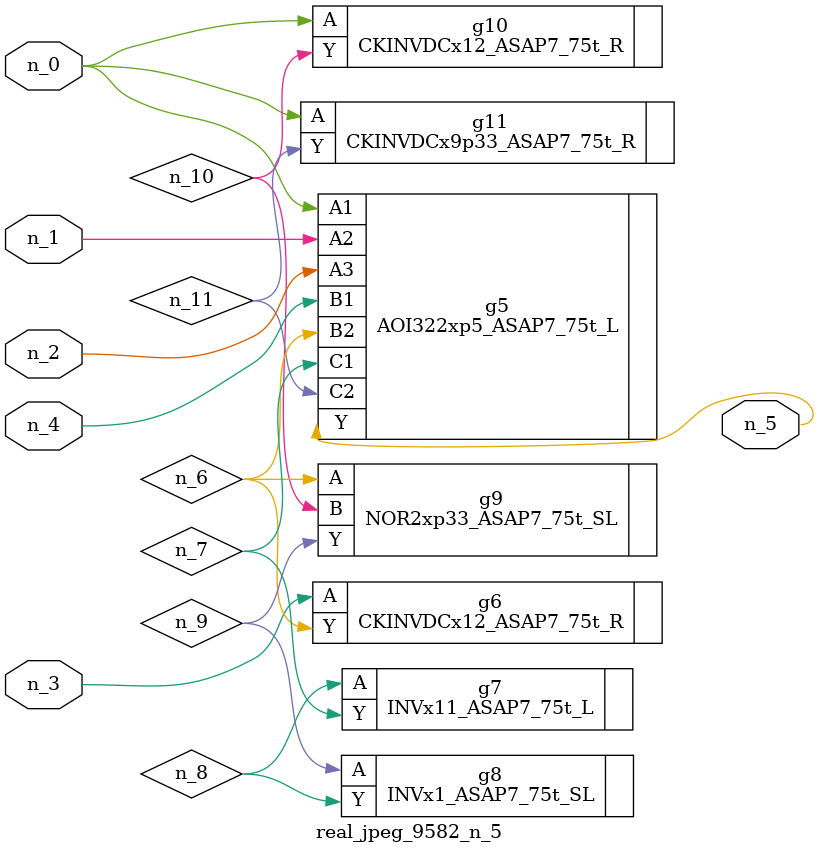
<source format=v>
module real_jpeg_9582_n_5 (n_4, n_0, n_1, n_2, n_3, n_5);

input n_4;
input n_0;
input n_1;
input n_2;
input n_3;

output n_5;

wire n_8;
wire n_11;
wire n_6;
wire n_7;
wire n_10;
wire n_9;

AOI322xp5_ASAP7_75t_L g5 ( 
.A1(n_0),
.A2(n_1),
.A3(n_2),
.B1(n_4),
.B2(n_6),
.C1(n_7),
.C2(n_11),
.Y(n_5)
);

CKINVDCx12_ASAP7_75t_R g10 ( 
.A(n_0),
.Y(n_10)
);

CKINVDCx9p33_ASAP7_75t_R g11 ( 
.A(n_0),
.Y(n_11)
);

CKINVDCx12_ASAP7_75t_R g6 ( 
.A(n_3),
.Y(n_6)
);

NOR2xp33_ASAP7_75t_SL g9 ( 
.A(n_6),
.B(n_10),
.Y(n_9)
);

INVx11_ASAP7_75t_L g7 ( 
.A(n_8),
.Y(n_7)
);

INVx1_ASAP7_75t_SL g8 ( 
.A(n_9),
.Y(n_8)
);


endmodule
</source>
